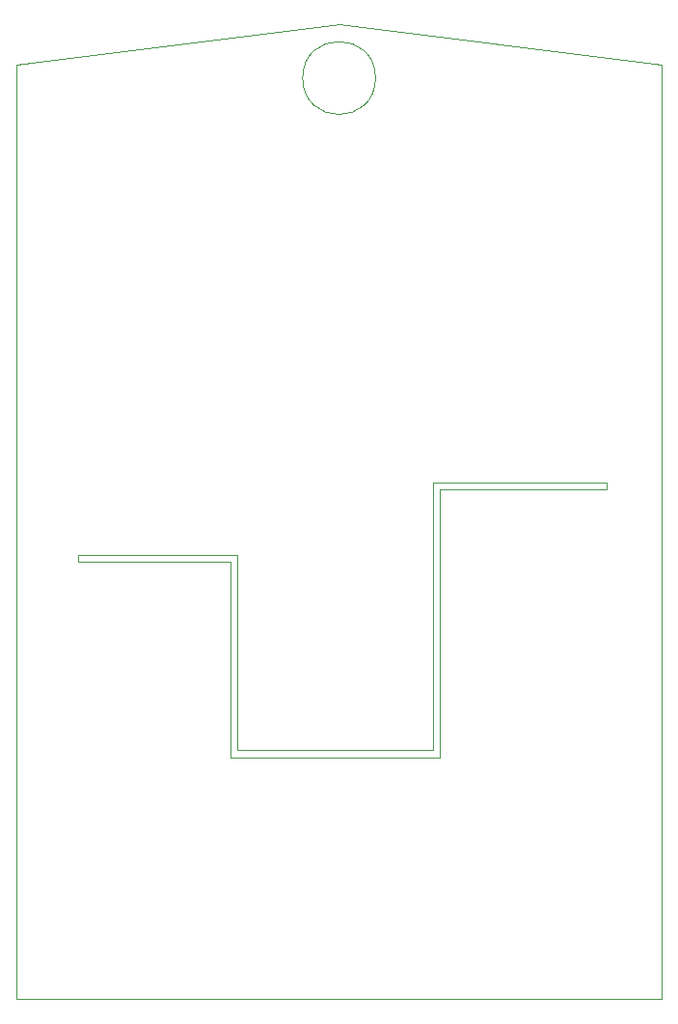
<source format=gbr>
%TF.GenerationSoftware,KiCad,Pcbnew,7.0.9*%
%TF.CreationDate,2023-12-31T17:17:44+01:00*%
%TF.ProjectId,power_switch,706f7765-725f-4737-9769-7463682e6b69,rev?*%
%TF.SameCoordinates,Original*%
%TF.FileFunction,Profile,NP*%
%FSLAX46Y46*%
G04 Gerber Fmt 4.6, Leading zero omitted, Abs format (unit mm)*
G04 Created by KiCad (PCBNEW 7.0.9) date 2023-12-31 17:17:44*
%MOMM*%
%LPD*%
G01*
G04 APERTURE LIST*
%TA.AperFunction,Profile*%
%ADD10C,0.100000*%
%TD*%
G04 APERTURE END LIST*
D10*
X114300000Y-73025000D02*
X119380000Y-73025000D01*
X136525000Y-90170000D02*
X119380000Y-90170000D01*
X100000000Y-112000000D02*
X156600000Y-112000000D01*
X118745000Y-73660000D02*
X118745000Y-90170000D01*
X114300000Y-73025000D02*
X105410000Y-73025000D01*
X137160000Y-90170000D02*
X137160000Y-90805000D01*
X119380000Y-90805000D02*
X118745000Y-90805000D01*
X128300000Y-26500000D02*
X156600000Y-30000000D01*
X137160000Y-90170000D02*
X137160000Y-67310000D01*
X156600000Y-30000000D02*
X156600000Y-112000000D01*
X100000000Y-30000000D02*
X100000000Y-112000000D01*
X137160000Y-67310000D02*
X151765000Y-67310000D01*
X151765000Y-66675000D02*
X136525000Y-66675000D01*
X105410000Y-73025000D02*
X105410000Y-73660000D01*
X136525000Y-66675000D02*
X136525000Y-90170000D01*
X119380000Y-90805000D02*
X137160000Y-90805000D01*
X118745000Y-90805000D02*
X118745000Y-90170000D01*
X105410000Y-73660000D02*
X118745000Y-73660000D01*
X100000000Y-30000000D02*
X128300000Y-26500000D01*
X119380000Y-90170000D02*
X119380000Y-73025000D01*
X131500000Y-31200000D02*
G75*
G03*
X131500000Y-31200000I-3200000J0D01*
G01*
X151765000Y-67310000D02*
X151765000Y-66675000D01*
M02*

</source>
